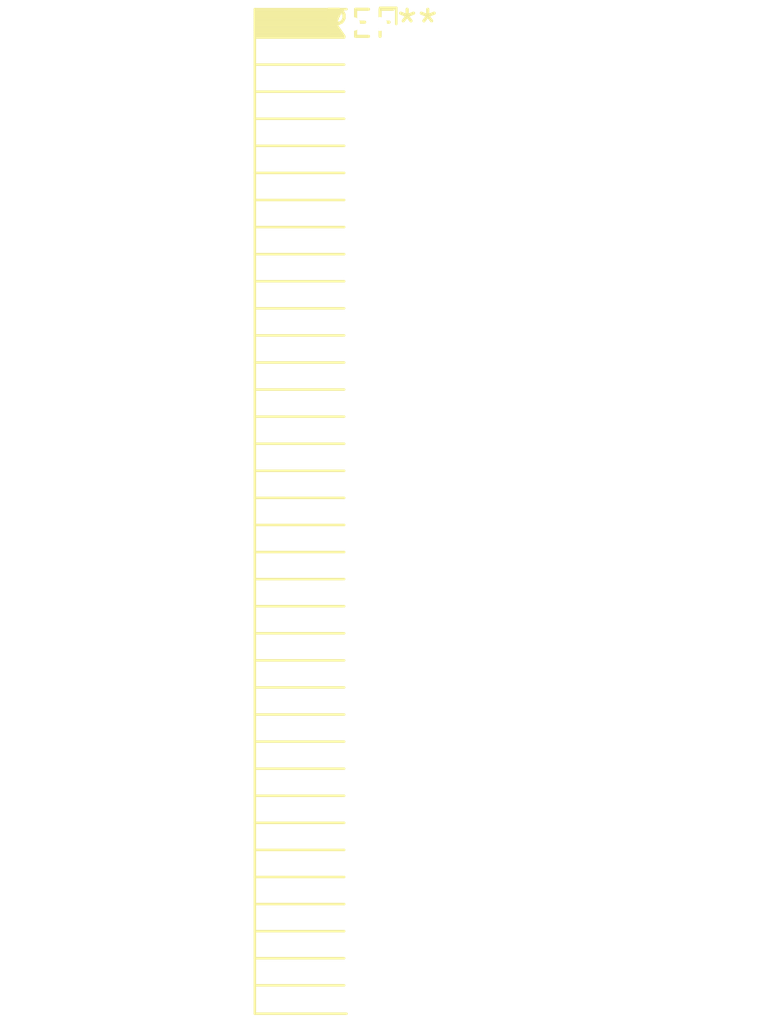
<source format=kicad_pcb>
(kicad_pcb (version 20240108) (generator pcbnew)
  (layers (0 "F.Cu" signal) (31 "B.Cu" signal) (34 "B.Paste" user) (35 "F.Paste" user) (36 "B.SilkS" user "B.Silkscreen") (37 "F.SilkS" user "F.Silkscreen") (38 "B.Mask" user) (39 "F.Mask" user) (44 "Edge.Cuts" user))
  (net 0 "")
  (footprint "PinSocket_2x37_P1.27mm_Horizontal" (layer "F.Cu") (at 0 0)
    (property "Reference" "REF**")
    (property "Value" "PinSocket_2x37_P1.27mm_Horizontal")
    (fp_line (start -5.88 -0.695) (end -5.88 46.415) (layer "F.SilkS") (stroke (width 0.12)))
    (fp_line (start -5.88 -0.695) (end -1.57753 -0.695) (layer "F.SilkS") (stroke (width 0.12)))
    (fp_line (start -5.88 -0.575) (end -1.766966 -0.575) (layer "F.SilkS") (stroke (width 0.12)))
    (fp_line (start -5.88 -0.465) (end -1.871145 -0.465) (layer "F.SilkS") (stroke (width 0.12)))
    (fp_line (start -5.88 -0.355) (end -1.941993 -0.355) (layer "F.SilkS") (stroke (width 0.12)))
    (fp_line (start -5.88 -0.245) (end -1.989427 -0.245) (layer "F.SilkS") (stroke (width 0.12)))
    (fp_line (start -5.88 -0.135) (end -2.017914 -0.135) (layer "F.SilkS") (stroke (width 0.12)))
    (fp_line (start -5.88 -0.025) (end -2.029589 -0.025) (layer "F.SilkS") (stroke (width 0.12)))
    (fp_line (start -5.88 0.085) (end -2.025232 0.085) (layer "F.SilkS") (stroke (width 0.12)))
    (fp_line (start -5.88 0.195) (end -2.004558 0.195) (layer "F.SilkS") (stroke (width 0.12)))
    (fp_line (start -5.88 0.305) (end -1.966114 0.305) (layer "F.SilkS") (stroke (width 0.12)))
    (fp_line (start -5.88 0.415) (end -1.906691 0.415) (layer "F.SilkS") (stroke (width 0.12)))
    (fp_line (start -5.88 0.525) (end -1.819523 0.525) (layer "F.SilkS") (stroke (width 0.12)))
    (fp_line (start -5.88 0.635) (end -1.687582 0.635) (layer "F.SilkS") (stroke (width 0.12)))
    (fp_line (start -5.88 1.905) (end -1.687582 1.905) (layer "F.SilkS") (stroke (width 0.12)))
    (fp_line (start -5.88 3.175) (end -1.687582 3.175) (layer "F.SilkS") (stroke (width 0.12)))
    (fp_line (start -5.88 4.445) (end -1.687582 4.445) (layer "F.SilkS") (stroke (width 0.12)))
    (fp_line (start -5.88 5.715) (end -1.687582 5.715) (layer "F.SilkS") (stroke (width 0.12)))
    (fp_line (start -5.88 6.985) (end -1.687582 6.985) (layer "F.SilkS") (stroke (width 0.12)))
    (fp_line (start -5.88 8.255) (end -1.687582 8.255) (layer "F.SilkS") (stroke (width 0.12)))
    (fp_line (start -5.88 9.525) (end -1.687582 9.525) (layer "F.SilkS") (stroke (width 0.12)))
    (fp_line (start -5.88 10.795) (end -1.687582 10.795) (layer "F.SilkS") (stroke (width 0.12)))
    (fp_line (start -5.88 12.065) (end -1.687582 12.065) (layer "F.SilkS") (stroke (width 0.12)))
    (fp_line (start -5.88 13.335) (end -1.687582 13.335) (layer "F.SilkS") (stroke (width 0.12)))
    (fp_line (start -5.88 14.605) (end -1.687582 14.605) (layer "F.SilkS") (stroke (width 0.12)))
    (fp_line (start -5.88 15.875) (end -1.687582 15.875) (layer "F.SilkS") (stroke (width 0.12)))
    (fp_line (start -5.88 17.145) (end -1.687582 17.145) (layer "F.SilkS") (stroke (width 0.12)))
    (fp_line (start -5.88 18.415) (end -1.687582 18.415) (layer "F.SilkS") (stroke (width 0.12)))
    (fp_line (start -5.88 19.685) (end -1.687582 19.685) (layer "F.SilkS") (stroke (width 0.12)))
    (fp_line (start -5.88 20.955) (end -1.687582 20.955) (layer "F.SilkS") (stroke (width 0.12)))
    (fp_line (start -5.88 22.225) (end -1.687582 22.225) (layer "F.SilkS") (stroke (width 0.12)))
    (fp_line (start -5.88 23.495) (end -1.687582 23.495) (layer "F.SilkS") (stroke (width 0.12)))
    (fp_line (start -5.88 24.765) (end -1.687582 24.765) (layer "F.SilkS") (stroke (width 0.12)))
    (fp_line (start -5.88 26.035) (end -1.687582 26.035) (layer "F.SilkS") (stroke (width 0.12)))
    (fp_line (start -5.88 27.305) (end -1.687582 27.305) (layer "F.SilkS") (stroke (width 0.12)))
    (fp_line (start -5.88 28.575) (end -1.687582 28.575) (layer "F.SilkS") (stroke (width 0.12)))
    (fp_line (start -5.88 29.845) (end -1.687582 29.845) (layer "F.SilkS") (stroke (width 0.12)))
    (fp_line (start -5.88 31.115) (end -1.687582 31.115) (layer "F.SilkS") (stroke (width 0.12)))
    (fp_line (start -5.88 32.385) (end -1.687582 32.385) (layer "F.SilkS") (stroke (width 0.12)))
    (fp_line (start -5.88 33.655) (end -1.687582 33.655) (layer "F.SilkS") (stroke (width 0.12)))
    (fp_line (start -5.88 34.925) (end -1.687582 34.925) (layer "F.SilkS") (stroke (width 0.12)))
    (fp_line (start -5.88 36.195) (end -1.687582 36.195) (layer "F.SilkS") (stroke (width 0.12)))
    (fp_line (start -5.88 37.465) (end -1.687582 37.465) (layer "F.SilkS") (stroke (width 0.12)))
    (fp_line (start -5.88 38.735) (end -1.687582 38.735) (layer "F.SilkS") (stroke (width 0.12)))
    (fp_line (start -5.88 40.005) (end -1.687582 40.005) (layer "F.SilkS") (stroke (width 0.12)))
    (fp_line (start -5.88 41.275) (end -1.687582 41.275) (layer "F.SilkS") (stroke (width 0.12)))
    (fp_line (start -5.88 42.545) (end -1.687582 42.545) (layer "F.SilkS") (stroke (width 0.12)))
    (fp_line (start -5.88 43.815) (end -1.687582 43.815) (layer "F.SilkS") (stroke (width 0.12)))
    (fp_line (start -5.88 45.085) (end -1.687582 45.085) (layer "F.SilkS") (stroke (width 0.12)))
    (fp_line (start -5.88 46.415) (end -1.57753 46.415) (layer "F.SilkS") (stroke (width 0.12)))
    (fp_line (start 0 -0.76) (end 0.76 -0.76) (layer "F.SilkS") (stroke (width 0.12)))
    (fp_line (start 0.76 -0.76) (end 0.76 0) (layer "F.SilkS") (stroke (width 0.12)))
    (pad "1" thru_hole rect (at 0 0) (size 1 1) (drill 0.65) (layers *.Cu *.Mask) (remove_unused_layers))
    (pad "2" thru_hole oval (at -1.27 0) (size 1 1) (drill 0.65) (layers *.Cu *.Mask) (remove_unused_layers))
    (pad "3" thru_hole oval (at 0 1.27) (size 1 1) (drill 0.65) (layers *.Cu *.Mask) (remove_unused_layers))
    (pad "4" thru_hole oval (at -1.27 1.27) (size 1 1) (drill 0.65) (layers *.Cu *.Mask) (remove_unused_layers))
    (pad "5" thru_hole oval (at 0 2.54) (size 1 1) (drill 0.65) (layers *.Cu *.Mask) (remove_unused_layers))
    (pad "6" thru_hole oval (at -1.27 2.54) (size 1 1) (drill 0.65) (layers *.Cu *.Mask) (remove_unused_layers))
    (pad "7" thru_hole oval (at 0 3.81) (size 1 1) (drill 0.65) (layers *.Cu *.Mask) (remove_unused_layers))
    (pad "8" thru_hole oval (at -1.27 3.81) (size 1 1) (drill 0.65) (layers *.Cu *.Mask) (remove_unused_layers))
    (pad "9" thru_hole oval (at 0 5.08) (size 1 1) (drill 0.65) (layers *.Cu *.Mask) (remove_unused_layers))
    (pad "10" thru_hole oval (at -1.27 5.08) (size 1 1) (drill 0.65) (layers *.Cu *.Mask) (remove_unused_layers))
    (pad "11" thru_hole oval (at 0 6.35) (size 1 1) (drill 0.65) (layers *.Cu *.Mask) (remove_unused_layers))
    (pad "12" thru_hole oval (at -1.27 6.35) (size 1 1) (drill 0.65) (layers *.Cu *.Mask) (remove_unused_layers))
    (pad "13" thru_hole oval (at 0 7.62) (size 1 1) (drill 0.65) (layers *.Cu *.Mask) (remove_unused_layers))
    (pad "14" thru_hole oval (at -1.27 7.62) (size 1 1) (drill 0.65) (layers *.Cu *.Mask) (remove_unused_layers))
    (pad "15" thru_hole oval (at 0 8.89) (size 1 1) (drill 0.65) (layers *.Cu *.Mask) (remove_unused_layers))
    (pad "16" thru_hole oval (at -1.27 8.89) (size 1 1) (drill 0.65) (layers *.Cu *.Mask) (remove_unused_layers))
    (pad "17" thru_hole oval (at 0 10.16) (size 1 1) (drill 0.65) (layers *.Cu *.Mask) (remove_unused_layers))
    (pad "18" thru_hole oval (at -1.27 10.16) (size 1 1) (drill 0.65) (layers *.Cu *.Mask) (remove_unused_layers))
    (pad "19" thru_hole oval (at 0 11.43) (size 1 1) (drill 0.65) (layers *.Cu *.Mask) (remove_unused_layers))
    (pad "20" thru_hole oval (at -1.27 11.43) (size 1 1) (drill 0.65) (layers *.Cu *.Mask) (remove_unused_layers))
    (pad "21" thru_hole oval (at 0 12.7) (size 1 1) (drill 0.65) (layers *.Cu *.Mask) (remove_unused_layers))
    (pad "22" thru_hole oval (at -1.27 12.7) (size 1 1) (drill 0.65) (layers *.Cu *.Mask) (remove_unused_layers))
    (pad "23" thru_hole oval (at 0 13.97) (size 1 1) (drill 0.65) (layers *.Cu *.Mask) (remove_unused_layers))
    (pad "24" thru_hole oval (at -1.27 13.97) (size 1 1) (drill 0.65) (layers *.Cu *.Mask) (remove_unused_layers))
    (pad "25" thru_hole oval (at 0 15.24) (size 1 1) (drill 0.65) (layers *.Cu *.Mask) (remove_unused_layers))
    (pad "26" thru_hole oval (at -1.27 15.24) (size 1 1) (drill 0.65) (layers *.Cu *.Mask) (remove_unused_layers))
    (pad "27" thru_hole oval (at 0 16.51) (size 1 1) (drill 0.65) (layers *.Cu *.Mask) (remove_unused_layers))
    (pad "28" thru_hole oval (at -1.27 16.51) (size 1 1) (drill 0.65) (layers *.Cu *.Mask) (remove_unused_layers))
    (pad "29" thru_hole oval (at 0 17.78) (size 1 1) (drill 0.65) (layers *.Cu *.Mask) (remove_unused_layers))
    (pad "30" thru_hole oval (at -1.27 17.78) (size 1 1) (drill 0.65) (layers *.Cu *.Mask) (remove_unused_layers))
    (pad "31" thru_hole oval (at 0 19.05) (size 1 1) (drill 0.65) (layers *.Cu *.Mask) (remove_unused_layers))
    (pad "32" thru_hole oval (at -1.27 19.05) (size 1 1) (drill 0.65) (layers *.Cu *.Mask) (remove_unused_layers))
    (pad "33" thru_hole oval (at 0 20.32) (size 1 1) (drill 0.65) (layers *.Cu *.Mask) (remove_unused_layers))
    (pad "34" thru_hole oval (at -1.27 20.32) (size 1 1) (drill 0.65) (layers *.Cu *.Mask) (remove_unused_layers))
    (pad "35" thru_hole oval (at 0 21.59) (size 1 1) (drill 0.65) (layers *.Cu *.Mask) (remove_unused_layers))
    (pad "36" thru_hole oval (at -1.27 21.59) (size 1 1) (drill 0.65) (layers *.Cu *.Mask) (remove_unused_layers))
    (pad "37" thru_hole oval (at 0 22.86) (size 1 1) (drill 0.65) (layers *.Cu *.Mask) (remove_unused_layers))
    (pad "38" thru_hole oval (at -1.27 22.86) (size 1 1) (drill 0.65) (layers *.Cu *.Mask) (remove_unused_layers))
    (pad "39" thru_hole oval (at 0 24.13) (size 1 1) (drill 0.65) (layers *.Cu *.Mask) (remove_unused_layers))
    (pad "40" thru_hole oval (at -1.27 24.13) (size 1 1) (drill 0.65) (layers *.Cu *.Mask) (remove_unused_layers))
    (pad "41" thru_hole oval (at 0 25.4) (size 1 1) (drill 0.65) (layers *.Cu *.Mask) (remove_unused_layers))
    (pad "42" thru_hole oval (at -1.27 25.4) (size 1 1) (drill 0.65) (layers *.Cu *.Mask) (remove_unused_layers))
    (pad "43" thru_hole oval (at 0 26.67) (size 1 1) (drill 0.65) (layers *.Cu *.Mask) (remove_unused_layers))
    (pad "44" thru_hole oval (at -1.27 26.67) (size 1 1) (drill 0.65) (layers *.Cu *.Mask) (remove_unused_layers))
    (pad "45" thru_hole oval (at 0 27.94) (size 1 1) (drill 0.65) (layers *.Cu *.Mask) (remove_unused_layers))
    (pad "46" thru_hole oval (at -1.27 27.94) (size 1 1) (drill 0.65) (layers *.Cu *.Mask) (remove_unused_layers))
    (pad "47" thru_hole oval (at 0 29.21) (size 1 1) (drill 0.65) (layers *.Cu *.Mask) (remove_unused_layers))
    (pad "48" thru_hole oval (at -1.27 29.21) (size 1 1) (drill 0.65) (layers *.Cu *.Mask) (remove_unused_layers))
    (pad "49" thru_hole oval (at 0 30.48) (size 1 1) (drill 0.65) (layers *.Cu *.Mask) (remove_unused_layers))
    (pad "50" thru_hole oval (at -1.27 30.48) (size 1 1) (drill 0.65) (layers *.Cu *.Mask) (remove_unused_layers))
    (pad "51" thru_hole oval (at 0 31.75) (size 1 1) (drill 0.65) (layers *.Cu *.Mask) (remove_unused_layers))
    (pad "52" thru_hole oval (at -1.27 31.75) (size 1 1) (drill 0.65) (layers *.Cu *.Mask) (remove_unused_layers))
    (pad "53" thru_hole oval (at 0 33.02) (size 1 1) (drill 0.65) (layers *.Cu *.Mask) (remove_unused_layers))
    (pad "54" thru_hole oval (at -1.27 33.02) (size 1 1) (drill 0.65) (layers *.Cu *.Mask) (remove_unused_layers))
    (pad "55" thru_hole oval (at 0 34.29) (size 1 1) (drill 0.65) (layers *.Cu *.Mask) (remove_unused_layers))
    (pad "56" thru_hole oval (at -1.27 34.29) (size 1 1) (drill 0.65) (layers *.Cu *.Mask) (remove_unused_layers))
    (pad "57" thru_hole oval (at 0 35.56) (size 1 1) (drill 0.65) (layers *.Cu *.Mask) (remove_unused_layers))
    (pad "58" thru_hole oval (at -1.27 35.56) (size 1 1) (drill 0.65) (layers *.Cu *.Mask) (remove_unused_layers))
    (pad "59" thru_hole oval (at 0 36.83) (size 1 1) (drill 0.65) (layers *.Cu *.Mask) (remove_unused_layers))
    (pad "60" thru_hole oval (at -1.27 36.83) (size 1 1) (drill 0.65) (layers *.Cu *.Mask) (remove_unused_layers))
    (pad "61" thru_hole oval (at 0 38.1) (size 1 1) (drill 0.65) (layers *.Cu *.Mask) (remove_unused_layers))
    (pad "62" thru_hole oval (at -1.27 38.1) (size 1 1) (drill 0.65) (layers *.Cu *.Mask) (remove_unused_layers))
    (pad "63" thru_hole oval (at 0 39.37) (size 1 1) (drill 0.65) (layers *.Cu *.Mask) (remove_unused_layers))
    (pad "64" thru_hole oval (at -1.27 39.37) (size 1 1) (drill 0.65) (layers *.Cu *.Mask) (remove_unused_layers))
    (pad "65" thru_hole oval (at 0 40.64) (size 1 1) (drill 0.65) (layers *.Cu *.Mask) (remove_unused_layers))
    (pad "66" thru_hole oval (at -1.27 40.64) (size 1 1) (drill 0.65) (layers *.Cu *.Mask) (remove_unused_layers))
    (pad "67" thru_hole oval (at 0 41.91) (size 1 1) (drill 0.65) (layers *.Cu *.Mask) (remove_unused_layers))
    (pad "68" thru_hole oval (at -1.27 41.91) (size 1 1) (drill 0.65) (layers *.Cu *.Mask) (remove_unused_layers))
    (pad "69" thru_hole oval (at 0 43.18) (size 1 1) (drill 0.65) (layers *.Cu *.Mask) (remove_unused_layers))
    (pad "70" thru_hole oval (at -1.27 43.18) (size 1 1) (drill 0.65) (layers *.Cu *.Mask) (remove_unused_layers))
    (pad "71" thru_hole oval (at 0 44.45) (size 1 1) (drill 0.65) (layers *.Cu *.Mask) (remove_unused_layers))
    (pad "72" thru_hole oval (at -1.27 44.45) (size 1 1) (drill 0.65) (layers *.Cu *.Mask) (remove_unused_layers))
    (pad "73" thru_hole oval (at 0 45.72) (size 1 1) (drill 0.65) (layers *.Cu *.Mask) (remove_unused_layers))
    (pad "74" thru_hole oval (at -1.27 45.72) (size 1 1) (drill 0.65) (layers *.Cu *.Mask) (remove_unused_layers))
  )
)
</source>
